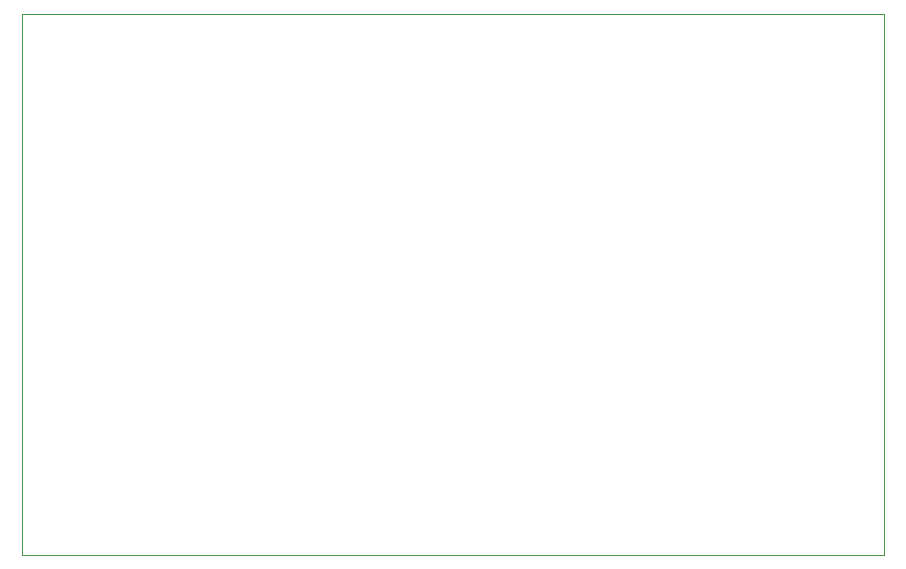
<source format=gbr>
%TF.GenerationSoftware,KiCad,Pcbnew,(6.0.10)*%
%TF.CreationDate,2023-01-04T10:23:57-08:00*%
%TF.ProjectId,audioFilters,61756469-6f46-4696-9c74-6572732e6b69,rev?*%
%TF.SameCoordinates,PX6422c40PY7459280*%
%TF.FileFunction,Profile,NP*%
%FSLAX46Y46*%
G04 Gerber Fmt 4.6, Leading zero omitted, Abs format (unit mm)*
G04 Created by KiCad (PCBNEW (6.0.10)) date 2023-01-04 10:23:57*
%MOMM*%
%LPD*%
G01*
G04 APERTURE LIST*
%TA.AperFunction,Profile*%
%ADD10C,0.100000*%
%TD*%
G04 APERTURE END LIST*
D10*
X0Y45800000D02*
X73000000Y45800000D01*
X73000000Y45800000D02*
X73000000Y0D01*
X73000000Y0D02*
X0Y0D01*
X0Y0D02*
X0Y45800000D01*
M02*

</source>
